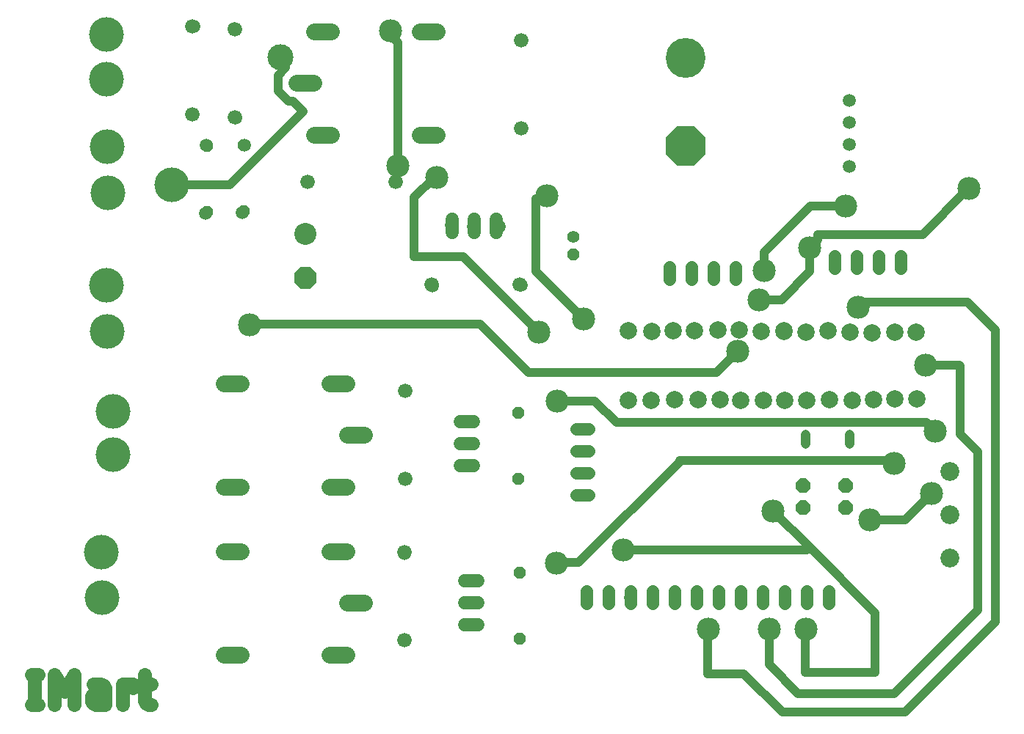
<source format=gbr>
G04 EAGLE Gerber RS-274X export*
G75*
%MOMM*%
%FSLAX34Y34*%
%LPD*%
%INTop Copper*%
%IPPOS*%
%AMOC8*
5,1,8,0,0,1.08239X$1,22.5*%
G01*
%ADD10C,1.574800*%
%ADD11C,1.676400*%
%ADD12C,1.950000*%
%ADD13C,1.981200*%
%ADD14C,4.597400*%
%ADD15P,4.976180X8X292.500000*%
%ADD16C,1.524000*%
%ADD17P,1.539592X8X292.500000*%
%ADD18C,1.422400*%
%ADD19C,2.540000*%
%ADD20P,2.749271X8X292.500000*%
%ADD21R,1.298000X1.298000*%
%ADD22C,1.298000*%
%ADD23C,1.117600*%
%ADD24P,1.814519X8X292.500000*%
%ADD25C,1.508000*%
%ADD26C,1.422400*%
%ADD27P,1.429621X8X292.500000*%
%ADD28P,1.429621X8X112.500000*%
%ADD29C,2.184400*%
%ADD30C,2.667000*%
%ADD31C,1.016000*%
%ADD32C,4.000000*%
%ADD33C,3.000000*%
%ADD34C,1.206400*%
%ADD35C,2.000000*%
%ADD36C,1.000000*%
%ADD37C,1.500000*%


D10*
X44535Y65278D02*
X44535Y30226D01*
X48429Y30226D02*
X40640Y30226D01*
X40640Y65278D02*
X48429Y65278D01*
X67141Y65278D02*
X67141Y30226D01*
X78825Y45805D02*
X67141Y65278D01*
X78825Y45805D02*
X90509Y65278D01*
X90509Y30226D01*
X116882Y43857D02*
X125645Y43857D01*
X116882Y43858D02*
X116716Y43856D01*
X116550Y43850D01*
X116384Y43840D01*
X116219Y43826D01*
X116054Y43808D01*
X115890Y43785D01*
X115726Y43759D01*
X115562Y43729D01*
X115400Y43695D01*
X115238Y43657D01*
X115078Y43615D01*
X114918Y43569D01*
X114760Y43519D01*
X114603Y43466D01*
X114447Y43408D01*
X114293Y43347D01*
X114140Y43282D01*
X113989Y43214D01*
X113839Y43141D01*
X113692Y43065D01*
X113546Y42986D01*
X113402Y42903D01*
X113261Y42816D01*
X113121Y42727D01*
X112984Y42633D01*
X112849Y42537D01*
X112716Y42437D01*
X112586Y42334D01*
X112459Y42228D01*
X112334Y42118D01*
X112211Y42006D01*
X112092Y41891D01*
X111975Y41773D01*
X111861Y41652D01*
X111751Y41528D01*
X111643Y41402D01*
X111538Y41273D01*
X111437Y41142D01*
X111339Y41008D01*
X111244Y40872D01*
X111152Y40733D01*
X111064Y40593D01*
X110979Y40450D01*
X110898Y40305D01*
X110820Y40159D01*
X110746Y40010D01*
X110676Y39860D01*
X110609Y39708D01*
X110546Y39554D01*
X110487Y39399D01*
X110431Y39243D01*
X110379Y39085D01*
X110332Y38926D01*
X110288Y38766D01*
X110248Y38605D01*
X110212Y38443D01*
X110179Y38280D01*
X110151Y38116D01*
X110127Y37952D01*
X110107Y37787D01*
X110091Y37622D01*
X110079Y37457D01*
X110071Y37291D01*
X110067Y37125D01*
X110067Y36959D01*
X110071Y36793D01*
X110079Y36627D01*
X110091Y36462D01*
X110107Y36297D01*
X110127Y36132D01*
X110151Y35968D01*
X110179Y35804D01*
X110212Y35641D01*
X110248Y35479D01*
X110288Y35318D01*
X110332Y35158D01*
X110379Y34999D01*
X110431Y34841D01*
X110487Y34685D01*
X110546Y34530D01*
X110609Y34376D01*
X110676Y34224D01*
X110746Y34074D01*
X110820Y33925D01*
X110898Y33779D01*
X110979Y33634D01*
X111064Y33491D01*
X111152Y33351D01*
X111244Y33212D01*
X111339Y33076D01*
X111437Y32942D01*
X111538Y32811D01*
X111643Y32682D01*
X111751Y32556D01*
X111861Y32432D01*
X111975Y32311D01*
X112092Y32193D01*
X112211Y32078D01*
X112334Y31966D01*
X112459Y31856D01*
X112586Y31750D01*
X112716Y31647D01*
X112849Y31547D01*
X112984Y31451D01*
X113121Y31357D01*
X113261Y31268D01*
X113402Y31181D01*
X113546Y31098D01*
X113692Y31019D01*
X113839Y30943D01*
X113989Y30870D01*
X114140Y30802D01*
X114293Y30737D01*
X114447Y30676D01*
X114603Y30618D01*
X114760Y30565D01*
X114918Y30515D01*
X115078Y30469D01*
X115238Y30427D01*
X115400Y30389D01*
X115562Y30355D01*
X115726Y30325D01*
X115890Y30299D01*
X116054Y30276D01*
X116219Y30258D01*
X116384Y30244D01*
X116550Y30234D01*
X116716Y30228D01*
X116882Y30226D01*
X125645Y30226D01*
X125645Y47752D01*
X125643Y47902D01*
X125637Y48053D01*
X125628Y48203D01*
X125614Y48353D01*
X125597Y48502D01*
X125575Y48651D01*
X125550Y48799D01*
X125521Y48947D01*
X125489Y49094D01*
X125452Y49240D01*
X125412Y49385D01*
X125368Y49529D01*
X125321Y49671D01*
X125269Y49813D01*
X125215Y49953D01*
X125156Y50091D01*
X125094Y50229D01*
X125029Y50364D01*
X124960Y50498D01*
X124887Y50629D01*
X124811Y50759D01*
X124732Y50887D01*
X124650Y51013D01*
X124564Y51137D01*
X124476Y51258D01*
X124384Y51378D01*
X124289Y51494D01*
X124191Y51609D01*
X124090Y51720D01*
X123987Y51829D01*
X123880Y51936D01*
X123771Y52039D01*
X123660Y52140D01*
X123545Y52238D01*
X123429Y52333D01*
X123309Y52425D01*
X123188Y52513D01*
X123064Y52599D01*
X122938Y52681D01*
X122810Y52760D01*
X122680Y52836D01*
X122549Y52909D01*
X122415Y52978D01*
X122280Y53043D01*
X122142Y53105D01*
X122004Y53164D01*
X121864Y53218D01*
X121722Y53270D01*
X121580Y53317D01*
X121436Y53361D01*
X121291Y53401D01*
X121145Y53438D01*
X120998Y53470D01*
X120850Y53499D01*
X120702Y53524D01*
X120553Y53546D01*
X120404Y53563D01*
X120254Y53577D01*
X120104Y53586D01*
X119953Y53592D01*
X119803Y53594D01*
X112014Y53594D01*
X146439Y53594D02*
X146439Y30226D01*
X146439Y53594D02*
X158123Y53594D01*
X158123Y49699D01*
X167640Y53594D02*
X179324Y53594D01*
X171535Y65278D02*
X171535Y36068D01*
X171537Y35918D01*
X171543Y35767D01*
X171552Y35617D01*
X171566Y35467D01*
X171583Y35318D01*
X171605Y35169D01*
X171630Y35021D01*
X171659Y34873D01*
X171691Y34726D01*
X171728Y34580D01*
X171768Y34435D01*
X171812Y34291D01*
X171859Y34149D01*
X171911Y34007D01*
X171965Y33867D01*
X172024Y33729D01*
X172086Y33591D01*
X172151Y33456D01*
X172220Y33322D01*
X172293Y33191D01*
X172369Y33061D01*
X172448Y32933D01*
X172530Y32807D01*
X172616Y32683D01*
X172704Y32562D01*
X172796Y32442D01*
X172891Y32326D01*
X172989Y32211D01*
X173090Y32100D01*
X173193Y31991D01*
X173300Y31884D01*
X173409Y31781D01*
X173520Y31680D01*
X173635Y31582D01*
X173751Y31487D01*
X173871Y31395D01*
X173992Y31307D01*
X174116Y31221D01*
X174242Y31139D01*
X174370Y31060D01*
X174500Y30984D01*
X174631Y30911D01*
X174765Y30842D01*
X174900Y30777D01*
X175038Y30715D01*
X175176Y30656D01*
X175316Y30602D01*
X175458Y30550D01*
X175600Y30503D01*
X175744Y30459D01*
X175889Y30419D01*
X176035Y30382D01*
X176182Y30350D01*
X176330Y30321D01*
X176478Y30296D01*
X176627Y30274D01*
X176776Y30257D01*
X176926Y30243D01*
X177076Y30234D01*
X177227Y30228D01*
X177377Y30226D01*
X179324Y30226D01*
D11*
X226314Y813054D03*
X226314Y711454D03*
X359410Y634238D03*
X461010Y634238D03*
X275336Y810260D03*
X275336Y708660D03*
D12*
X127000Y803910D03*
X127000Y753110D03*
X127000Y673100D03*
X127000Y622300D03*
D13*
X346456Y748030D02*
X366268Y748030D01*
X366776Y688340D02*
X386588Y688340D01*
X386588Y807720D02*
X366776Y807720D01*
X488696Y807720D02*
X508508Y807720D01*
X508508Y688340D02*
X488696Y688340D01*
D14*
X795020Y776732D03*
D15*
X795020Y675132D03*
D11*
X605790Y797306D03*
X605790Y695706D03*
D16*
X526288Y590550D02*
X526288Y575310D01*
X551688Y575310D02*
X551688Y590550D01*
X577088Y590550D02*
X577088Y575310D01*
D17*
X666242Y550164D03*
D18*
X666242Y570484D03*
D19*
X356616Y573786D03*
D20*
X356616Y522986D03*
D21*
X731012Y381886D03*
D22*
X756412Y381886D03*
X781812Y381886D03*
X807212Y381886D03*
X832612Y381886D03*
X858012Y381886D03*
X883412Y381886D03*
X908812Y381886D03*
X934212Y381886D03*
X959612Y381886D03*
X985012Y381886D03*
X1010412Y381886D03*
X1035812Y381886D03*
X1061212Y381886D03*
X1061212Y460886D03*
X1035812Y460886D03*
X1010412Y460886D03*
X985012Y460886D03*
X959612Y460886D03*
X934212Y460886D03*
X908812Y460886D03*
X883412Y460886D03*
X858012Y460886D03*
X832612Y460886D03*
X807212Y460886D03*
X781812Y460886D03*
X756412Y460886D03*
X731012Y460886D03*
D11*
X502666Y515112D03*
X604266Y515112D03*
D23*
X984250Y342646D02*
X984250Y331470D01*
X933450Y331470D02*
X933450Y342646D01*
D24*
X979932Y283718D03*
X979932Y258318D03*
X930656Y283718D03*
X930656Y258318D03*
D25*
X984504Y728218D03*
X984504Y702818D03*
X984504Y677418D03*
X984504Y652018D03*
D26*
X960374Y161290D02*
X960374Y147066D01*
X934974Y147066D02*
X934974Y161290D01*
X909574Y161290D02*
X909574Y147066D01*
X884174Y147066D02*
X884174Y161290D01*
X858774Y161290D02*
X858774Y147066D01*
X807974Y147066D02*
X807974Y161290D01*
X833374Y161290D02*
X833374Y147066D01*
X680974Y147066D02*
X680974Y161290D01*
X782574Y161290D02*
X782574Y147066D01*
X757174Y147066D02*
X757174Y161290D01*
X731774Y161290D02*
X731774Y147066D01*
X706374Y147066D02*
X706374Y161290D01*
D12*
X129540Y464820D03*
X129540Y515620D03*
X131826Y369824D03*
X131826Y319024D03*
D13*
X405130Y341376D02*
X424942Y341376D01*
X404622Y401066D02*
X384810Y401066D01*
X384810Y281686D02*
X404622Y281686D01*
X282702Y281686D02*
X262890Y281686D01*
X262890Y401066D02*
X282702Y401066D01*
D27*
X601980Y367030D03*
X601980Y290830D03*
D11*
X472186Y290830D03*
X472186Y392430D03*
D16*
X535178Y306324D02*
X550418Y306324D01*
X550418Y331724D02*
X535178Y331724D01*
X535178Y357124D02*
X550418Y357124D01*
D28*
X285496Y599694D03*
X285496Y675894D03*
D27*
X243586Y675386D03*
X243586Y599186D03*
D12*
X122174Y154940D03*
X122174Y205740D03*
D13*
X405130Y147828D02*
X424942Y147828D01*
X404622Y207518D02*
X384810Y207518D01*
X384810Y88138D02*
X404622Y88138D01*
X282702Y88138D02*
X262890Y88138D01*
X262890Y207518D02*
X282702Y207518D01*
D11*
X471424Y104394D03*
X471424Y205994D03*
D16*
X540512Y122428D02*
X555752Y122428D01*
X555752Y147828D02*
X540512Y147828D01*
X540512Y173228D02*
X555752Y173228D01*
D27*
X604266Y182372D03*
X604266Y106172D03*
D26*
X669036Y272288D02*
X683260Y272288D01*
X683260Y297688D02*
X669036Y297688D01*
X669036Y323088D02*
X683260Y323088D01*
X683260Y348488D02*
X669036Y348488D01*
X966978Y533908D02*
X966978Y548132D01*
X992378Y548132D02*
X992378Y533908D01*
X1017778Y533908D02*
X1017778Y548132D01*
X1043178Y548132D02*
X1043178Y533908D01*
X852678Y535432D02*
X852678Y521208D01*
X827278Y521208D02*
X827278Y535432D01*
X801878Y535432D02*
X801878Y521208D01*
X776478Y521208D02*
X776478Y535432D01*
D29*
X1100074Y299174D03*
X1100074Y249174D03*
X1100074Y199174D03*
D30*
X626110Y460248D03*
D31*
X539242Y547116D01*
X481838Y547116D01*
X481838Y615696D01*
X505460Y639318D01*
X508762Y639318D01*
D30*
X508762Y639318D03*
X463296Y652780D03*
D31*
X463296Y794766D01*
X450088Y807974D01*
X454914Y807974D01*
X455422Y808482D01*
D30*
X455422Y808482D03*
X896366Y253746D03*
D31*
X938149Y211963D01*
X1014222Y135890D01*
X1014222Y67056D01*
X933704Y67056D01*
X933704Y113538D01*
X934466Y114300D01*
X934466Y117094D01*
D30*
X934466Y117094D03*
X723646Y208534D03*
D31*
X934720Y208534D01*
X938149Y211963D01*
X622808Y530606D02*
X622808Y614680D01*
X631952Y614680D01*
X635254Y617982D01*
D30*
X635254Y617982D03*
D31*
X622808Y530606D02*
X677926Y475488D01*
D30*
X886206Y531114D03*
D31*
X886206Y552450D01*
X939292Y605536D01*
X979678Y605536D01*
D30*
X979678Y605536D03*
X677926Y475488D03*
X938784Y558038D03*
D31*
X947928Y567182D01*
X947928Y573024D01*
X1068578Y573024D01*
X1119124Y623570D01*
X1119632Y623570D01*
X1122172Y626110D01*
D30*
X1122172Y626110D03*
X880110Y497840D03*
D31*
X906018Y497840D01*
X938784Y530606D02*
X938784Y558038D01*
X938784Y530606D02*
X906018Y497840D01*
D30*
X1007618Y243586D03*
D31*
X1048766Y243586D01*
D30*
X1078992Y273812D03*
D31*
X1048766Y243586D01*
D30*
X891794Y117094D03*
D31*
X891794Y76454D01*
X925068Y43180D01*
X1036066Y43180D01*
X1132078Y139192D01*
X1132078Y322072D01*
X1111758Y342392D01*
X1111758Y421386D01*
X1111250Y421894D01*
D30*
X1072134Y421894D03*
D31*
X1111250Y421894D01*
D30*
X821944Y117602D03*
D31*
X820674Y116332D01*
X820674Y65786D01*
X862584Y65786D01*
X906780Y21590D01*
X1048512Y21590D01*
X1152906Y125984D01*
X1152906Y463042D02*
X1120902Y495046D01*
X993902Y495046D01*
X992632Y493776D01*
X992632Y490474D01*
X994156Y488950D01*
D30*
X994156Y488950D03*
D31*
X1152906Y463042D02*
X1152906Y125984D01*
D30*
X855472Y438404D03*
D31*
X830580Y413512D01*
X614172Y413512D01*
X558038Y469646D01*
X293116Y469646D02*
X292354Y468884D01*
D30*
X292354Y468884D03*
D31*
X293116Y469646D02*
X558038Y469646D01*
D30*
X1083310Y345948D03*
D31*
X1073404Y355854D01*
X715518Y355854D01*
X647192Y381000D02*
X646684Y380492D01*
X690372Y381000D02*
X715518Y355854D01*
X690372Y381000D02*
X647192Y381000D01*
D30*
X647192Y381000D03*
D32*
X203124Y630807D03*
D31*
X269286Y630807D01*
X353971Y715491D01*
X342768Y726694D01*
X337618Y726694D01*
X325120Y739192D01*
X325120Y756868D01*
X333826Y765574D01*
X333826Y778834D01*
X329510Y778834D01*
X328071Y777395D01*
D33*
X328071Y777395D03*
D30*
X1035812Y309118D03*
D31*
X1033018Y311912D01*
X788924Y311912D01*
X789178Y311658D01*
X671830Y194310D01*
X650748Y194310D01*
X649732Y193294D01*
X646430Y193294D01*
D30*
X646430Y193294D03*
D34*
X960924Y153506D03*
X935611Y153506D03*
X909815Y154312D03*
X884280Y153946D03*
X858972Y153830D03*
X833315Y153714D03*
X808181Y153508D03*
X783103Y153341D03*
X757189Y153508D03*
X730606Y154009D03*
X705528Y153508D03*
X680729Y153269D03*
X676651Y271895D03*
X674966Y297664D03*
X676170Y322469D03*
X676651Y347516D03*
X548205Y172571D03*
X548373Y147278D03*
X548791Y121919D03*
X543083Y305803D03*
X542851Y330416D03*
X542521Y356142D03*
X776825Y527415D03*
X802831Y528378D03*
X827152Y528137D03*
X853640Y528137D03*
X966142Y540075D03*
X993191Y540075D03*
X1017813Y541116D03*
X1044169Y540075D03*
D35*
X1061301Y460189D03*
X1036391Y460690D03*
X1010142Y459520D03*
X985281Y460446D03*
X959508Y462072D03*
X934209Y460350D03*
X908727Y461554D03*
X909265Y461668D03*
X882536Y461428D03*
X857011Y462632D03*
X832450Y462632D03*
X805595Y461755D03*
X781317Y461956D03*
X756437Y460752D03*
X729751Y462157D03*
X729387Y381954D03*
X755393Y381954D03*
X783086Y382195D03*
X809574Y382436D03*
X835580Y382195D03*
X858693Y381592D03*
X884824Y381185D03*
X909795Y381293D03*
X935093Y381680D03*
X961406Y382551D03*
X987913Y381583D03*
X1012099Y382544D03*
X1036594Y383241D03*
X1062500Y382938D03*
D36*
X984563Y728409D03*
X984563Y702156D03*
X984897Y676905D03*
X984730Y651822D03*
X602365Y366641D03*
D32*
X127143Y804127D03*
X127143Y752348D03*
X128614Y674070D03*
X129158Y621311D03*
X127785Y514638D03*
X128617Y461342D03*
X134853Y369268D03*
X135353Y318800D03*
X121190Y206696D03*
X122568Y153408D03*
D37*
X227753Y812990D03*
X226254Y710554D03*
X276200Y707556D03*
X327644Y776013D03*
X377090Y806994D03*
X274702Y810991D03*
X500456Y808493D03*
X497459Y689068D03*
X374593Y688568D03*
X356113Y572141D03*
X358111Y523172D03*
X284191Y598624D03*
X241737Y597625D03*
X242237Y676576D03*
X286189Y676576D03*
X273957Y401294D03*
X395049Y401894D03*
X417829Y341910D03*
X393850Y281926D03*
X394072Y207870D03*
X417546Y147907D03*
X395071Y86945D03*
X271205Y86446D03*
X471987Y104435D03*
X471488Y204872D03*
X502953Y513464D03*
X605462Y514664D03*
X525733Y583646D03*
X550911Y581846D03*
X580285Y582446D03*
X795494Y777395D03*
X796093Y674822D03*
X605342Y695064D03*
X1122780Y626107D03*
M02*

</source>
